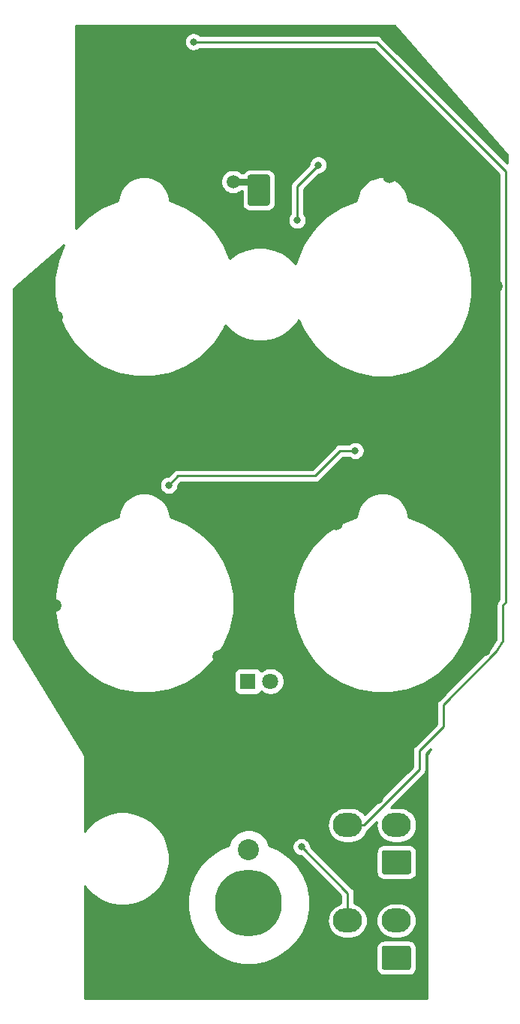
<source format=gbr>
%TF.GenerationSoftware,KiCad,Pcbnew,(5.1.10)-1*%
%TF.CreationDate,2021-11-16T18:51:37+11:00*%
%TF.ProjectId,SIM PWR PCB V3,53494d20-5057-4522-9050-43422056332e,rev?*%
%TF.SameCoordinates,Original*%
%TF.FileFunction,Copper,L2,Bot*%
%TF.FilePolarity,Positive*%
%FSLAX46Y46*%
G04 Gerber Fmt 4.6, Leading zero omitted, Abs format (unit mm)*
G04 Created by KiCad (PCBNEW (5.1.10)-1) date 2021-11-16 18:51:37*
%MOMM*%
%LPD*%
G01*
G04 APERTURE LIST*
%TA.AperFunction,ComponentPad*%
%ADD10O,3.300000X2.700000*%
%TD*%
%TA.AperFunction,WasherPad*%
%ADD11C,7.540752*%
%TD*%
%TA.AperFunction,WasherPad*%
%ADD12C,2.381250*%
%TD*%
%TA.AperFunction,ComponentPad*%
%ADD13C,1.800000*%
%TD*%
%TA.AperFunction,ComponentPad*%
%ADD14R,1.800000X1.800000*%
%TD*%
%TA.AperFunction,ViaPad*%
%ADD15C,1.500000*%
%TD*%
%TA.AperFunction,ViaPad*%
%ADD16C,0.800000*%
%TD*%
%TA.AperFunction,Conductor*%
%ADD17C,0.750000*%
%TD*%
%TA.AperFunction,Conductor*%
%ADD18C,0.250000*%
%TD*%
%TA.AperFunction,Conductor*%
%ADD19C,0.254000*%
%TD*%
%TA.AperFunction,Conductor*%
%ADD20C,0.100000*%
%TD*%
G04 APERTURE END LIST*
D10*
%TO.P,J2,4*%
%TO.N,/DATAOUT*%
X247350000Y-149560000D03*
%TO.P,J2,3*%
%TO.N,/LEDGND*%
X247350000Y-153760000D03*
%TO.P,J2,2*%
%TO.N,/LED+5V*%
X252850000Y-149560000D03*
%TO.P,J2,1*%
%TA.AperFunction,ComponentPad*%
G36*
G01*
X254249999Y-155110000D02*
X251450001Y-155110000D01*
G75*
G02*
X251200000Y-154859999I0J250001D01*
G01*
X251200000Y-152660001D01*
G75*
G02*
X251450001Y-152410000I250001J0D01*
G01*
X254249999Y-152410000D01*
G75*
G02*
X254500000Y-152660001I0J-250001D01*
G01*
X254500000Y-154859999D01*
G75*
G02*
X254249999Y-155110000I-250001J0D01*
G01*
G37*
%TD.AperFunction*%
%TD*%
%TO.P,J1,4*%
%TO.N,/DATAIN*%
X247370000Y-138790000D03*
%TO.P,J1,3*%
%TO.N,/LEDGND*%
X247370000Y-142990000D03*
%TO.P,J1,2*%
%TO.N,/LED+5V*%
X252870000Y-138790000D03*
%TO.P,J1,1*%
%TA.AperFunction,ComponentPad*%
G36*
G01*
X254269999Y-144340000D02*
X251470001Y-144340000D01*
G75*
G02*
X251220000Y-144089999I0J250001D01*
G01*
X251220000Y-141890001D01*
G75*
G02*
X251470001Y-141640000I250001J0D01*
G01*
X254269999Y-141640000D01*
G75*
G02*
X254520000Y-141890001I0J-250001D01*
G01*
X254520000Y-144089999D01*
G75*
G02*
X254269999Y-144340000I-250001J0D01*
G01*
G37*
%TD.AperFunction*%
%TD*%
D11*
%TO.P,REF\u002A\u002A,*%
%TO.N,*%
X236200000Y-147600000D03*
D12*
X236200000Y-141600000D03*
%TD*%
D13*
%TO.P,D36,2*%
%TO.N,/LED+5V*%
X238653000Y-122588000D03*
D14*
%TO.P,D36,1*%
%TO.N,Net-(D36-Pad1)*%
X236113000Y-122588000D03*
%TD*%
%TO.P,C1,2*%
%TO.N,/LEDGND*%
%TA.AperFunction,SMDPad,CuDef*%
G36*
G01*
X238330000Y-62490000D02*
X236330000Y-62490000D01*
G75*
G02*
X236080000Y-62240000I0J250000D01*
G01*
X236080000Y-59240000D01*
G75*
G02*
X236330000Y-58990000I250000J0D01*
G01*
X238330000Y-58990000D01*
G75*
G02*
X238580000Y-59240000I0J-250000D01*
G01*
X238580000Y-62240000D01*
G75*
G02*
X238330000Y-62490000I-250000J0D01*
G01*
G37*
%TD.AperFunction*%
%TO.P,C1,1*%
%TO.N,/LED+5V*%
%TA.AperFunction,SMDPad,CuDef*%
G36*
G01*
X238330000Y-68990000D02*
X236330000Y-68990000D01*
G75*
G02*
X236080000Y-68740000I0J250000D01*
G01*
X236080000Y-65740000D01*
G75*
G02*
X236330000Y-65490000I250000J0D01*
G01*
X238330000Y-65490000D01*
G75*
G02*
X238580000Y-65740000I0J-250000D01*
G01*
X238580000Y-68740000D01*
G75*
G02*
X238330000Y-68990000I-250000J0D01*
G01*
G37*
%TD.AperFunction*%
%TD*%
D15*
%TO.N,/LEDGND*%
X233560500Y-101687400D03*
X243372800Y-53500000D03*
X264138800Y-78100000D03*
X259072700Y-64854100D03*
X246083700Y-104796500D03*
X248093200Y-126512800D03*
X220674200Y-66461900D03*
X214475200Y-81584600D03*
X239591100Y-114072400D03*
X221141000Y-100393400D03*
X248441600Y-99413700D03*
X252087200Y-65745200D03*
X229189800Y-65901100D03*
X248392000Y-53933000D03*
X228883700Y-53300000D03*
X233687100Y-125978400D03*
D16*
X237760000Y-56950000D03*
D15*
X246799500Y-67970500D03*
X256650000Y-90900000D03*
X230840000Y-94370000D03*
X223690000Y-94380000D03*
X260550000Y-99740000D03*
X250640000Y-135750000D03*
X240190000Y-135040000D03*
X227060000Y-134980000D03*
X236440000Y-135470000D03*
X228575000Y-127595000D03*
X214280000Y-114090000D03*
X232875000Y-119825000D03*
X260610000Y-104310000D03*
X262755000Y-119045000D03*
X239650000Y-72740000D03*
X238540000Y-86070000D03*
X229642500Y-140322500D03*
X255650000Y-127600000D03*
%TO.N,/LED+5V*%
X234434800Y-66296900D03*
D16*
%TO.N,/DATAIN*%
X229970000Y-50530000D03*
%TO.N,Net-(D7-Pad2)*%
X241652400Y-70642400D03*
X244036400Y-64413600D03*
%TO.N,Net-(D18-Pad2)*%
X248210000Y-96600000D03*
X227180000Y-100490000D03*
%TO.N,/DATAOUT*%
X242140000Y-141240000D03*
%TD*%
D17*
%TO.N,/LED+5V*%
X234434800Y-66296900D02*
X236386900Y-66296900D01*
X236386900Y-66296900D02*
X237330000Y-67240000D01*
D18*
%TO.N,/DATAIN*%
X229970000Y-50530000D02*
X229970000Y-50530000D01*
X232212700Y-50530000D02*
X229970000Y-50530000D01*
X247370000Y-138790000D02*
X249191002Y-138790000D01*
X255430000Y-132551002D02*
X255430000Y-130430000D01*
X265213801Y-113686199D02*
X265213801Y-65123801D01*
X255430000Y-130430000D02*
X258140000Y-127720000D01*
X258140000Y-125251002D02*
X264131133Y-119259869D01*
X264900000Y-114000000D02*
X265213801Y-113686199D01*
X249191002Y-138790000D02*
X255430000Y-132551002D01*
X232222700Y-50520000D02*
X232212700Y-50530000D01*
X258140000Y-127720000D02*
X258140000Y-125251002D01*
X264131133Y-119259869D02*
X264900000Y-118063854D01*
X264900000Y-118063854D02*
X264900000Y-114000000D01*
X250610000Y-50520000D02*
X232222700Y-50520000D01*
X265213801Y-65123801D02*
X250610000Y-50520000D01*
%TO.N,Net-(D7-Pad2)*%
X241652400Y-66797600D02*
X244036400Y-64413600D01*
X241652400Y-70642400D02*
X241652400Y-66797600D01*
%TO.N,Net-(D18-Pad2)*%
X246510000Y-96600000D02*
X248210000Y-96600000D01*
X227180000Y-100490000D02*
X228220000Y-99450000D01*
X243660000Y-99450000D02*
X246510000Y-96600000D01*
X228220000Y-99450000D02*
X243660000Y-99450000D01*
%TO.N,/DATAOUT*%
X247350000Y-146450000D02*
X242140000Y-141240000D01*
X247350000Y-149560000D02*
X247350000Y-146450000D01*
%TD*%
D19*
%TO.N,/LEDGND*%
X265340001Y-63246203D02*
X265340001Y-64175198D01*
X251173804Y-50009003D01*
X251150001Y-49979999D01*
X251034276Y-49885026D01*
X250902247Y-49814454D01*
X250758986Y-49770997D01*
X250647333Y-49760000D01*
X250647322Y-49760000D01*
X250610000Y-49756324D01*
X250572678Y-49760000D01*
X232260022Y-49760000D01*
X232222699Y-49756324D01*
X232185377Y-49760000D01*
X232185367Y-49760000D01*
X232083837Y-49770000D01*
X230673711Y-49770000D01*
X230629774Y-49726063D01*
X230460256Y-49612795D01*
X230271898Y-49534774D01*
X230071939Y-49495000D01*
X229868061Y-49495000D01*
X229668102Y-49534774D01*
X229479744Y-49612795D01*
X229310226Y-49726063D01*
X229166063Y-49870226D01*
X229052795Y-50039744D01*
X228974774Y-50228102D01*
X228935000Y-50428061D01*
X228935000Y-50631939D01*
X228974774Y-50831898D01*
X229052795Y-51020256D01*
X229166063Y-51189774D01*
X229310226Y-51333937D01*
X229479744Y-51447205D01*
X229668102Y-51525226D01*
X229868061Y-51565000D01*
X230071939Y-51565000D01*
X230271898Y-51525226D01*
X230460256Y-51447205D01*
X230629774Y-51333937D01*
X230673711Y-51290000D01*
X232175378Y-51290000D01*
X232212700Y-51293676D01*
X232250022Y-51290000D01*
X232250033Y-51290000D01*
X232351563Y-51280000D01*
X250295199Y-51280000D01*
X264453802Y-65438605D01*
X264453801Y-113371398D01*
X264388998Y-113436201D01*
X264360000Y-113459999D01*
X264336202Y-113488997D01*
X264336201Y-113488998D01*
X264265026Y-113575724D01*
X264194454Y-113707754D01*
X264150998Y-113851015D01*
X264136324Y-114000000D01*
X264140001Y-114037332D01*
X264140000Y-117840640D01*
X263535994Y-118780206D01*
X257628998Y-124687203D01*
X257600000Y-124711001D01*
X257576202Y-124739999D01*
X257576201Y-124740000D01*
X257505026Y-124826726D01*
X257434454Y-124958756D01*
X257390998Y-125102017D01*
X257376324Y-125251002D01*
X257380001Y-125288334D01*
X257380000Y-127405198D01*
X254918998Y-129866201D01*
X254890000Y-129889999D01*
X254866202Y-129918997D01*
X254866201Y-129918998D01*
X254795026Y-130005724D01*
X254724454Y-130137754D01*
X254680998Y-130281015D01*
X254666324Y-130430000D01*
X254670001Y-130467332D01*
X254670000Y-132236200D01*
X249281525Y-137624676D01*
X249080398Y-137379602D01*
X248778143Y-137131547D01*
X248433302Y-136947226D01*
X248059128Y-136833722D01*
X247767510Y-136805000D01*
X246972490Y-136805000D01*
X246680872Y-136833722D01*
X246306698Y-136947226D01*
X245961857Y-137131547D01*
X245659602Y-137379602D01*
X245411547Y-137681857D01*
X245227226Y-138026698D01*
X245113722Y-138400872D01*
X245075396Y-138790000D01*
X245113722Y-139179128D01*
X245227226Y-139553302D01*
X245411547Y-139898143D01*
X245659602Y-140200398D01*
X245961857Y-140448453D01*
X246306698Y-140632774D01*
X246680872Y-140746278D01*
X246972490Y-140775000D01*
X247767510Y-140775000D01*
X248059128Y-140746278D01*
X248433302Y-140632774D01*
X248778143Y-140448453D01*
X249080398Y-140200398D01*
X249328453Y-139898143D01*
X249512774Y-139553302D01*
X249539398Y-139465533D01*
X249615278Y-139424974D01*
X249731003Y-139330001D01*
X249754806Y-139300997D01*
X250609220Y-138446583D01*
X250575396Y-138790000D01*
X250613722Y-139179128D01*
X250727226Y-139553302D01*
X250911547Y-139898143D01*
X251159602Y-140200398D01*
X251461857Y-140448453D01*
X251806698Y-140632774D01*
X252180872Y-140746278D01*
X252472490Y-140775000D01*
X253267510Y-140775000D01*
X253559128Y-140746278D01*
X253933302Y-140632774D01*
X254278143Y-140448453D01*
X254580398Y-140200398D01*
X254828453Y-139898143D01*
X255012774Y-139553302D01*
X255126278Y-139179128D01*
X255164604Y-138790000D01*
X255126278Y-138400872D01*
X255012774Y-138026698D01*
X254828453Y-137681857D01*
X254580398Y-137379602D01*
X254278143Y-137131547D01*
X253933302Y-136947226D01*
X253559128Y-136833722D01*
X253267510Y-136805000D01*
X252472490Y-136805000D01*
X252226584Y-136829220D01*
X255941004Y-133114800D01*
X255970001Y-133091003D01*
X256064974Y-132975278D01*
X256135546Y-132843249D01*
X256179003Y-132699988D01*
X256190000Y-132588335D01*
X256190000Y-132588334D01*
X256193677Y-132551002D01*
X256190000Y-132513669D01*
X256190000Y-130744801D01*
X256720443Y-130214358D01*
X256465524Y-130610899D01*
X256448576Y-130631550D01*
X256430460Y-130665444D01*
X256427292Y-130670371D01*
X256415171Y-130694047D01*
X256387291Y-130746207D01*
X256385581Y-130751846D01*
X256382891Y-130757099D01*
X256366721Y-130814017D01*
X256349551Y-130870617D01*
X256348973Y-130876488D01*
X256347362Y-130882158D01*
X256342608Y-130941116D01*
X256340001Y-130967581D01*
X256340001Y-130973439D01*
X256336912Y-131011744D01*
X256340001Y-131038281D01*
X256340000Y-158340000D01*
X217660000Y-158340000D01*
X217660000Y-145632944D01*
X217861087Y-145933891D01*
X218596109Y-146668913D01*
X219460403Y-147246417D01*
X220420756Y-147644208D01*
X221440261Y-147847000D01*
X222479739Y-147847000D01*
X223499244Y-147644208D01*
X224459597Y-147246417D01*
X224947113Y-146920668D01*
X229302624Y-146920668D01*
X229302624Y-148279332D01*
X229567687Y-149611890D01*
X230087625Y-150867132D01*
X230842459Y-151996821D01*
X231803179Y-152957541D01*
X232932868Y-153712375D01*
X234188110Y-154232313D01*
X235520668Y-154497376D01*
X236879332Y-154497376D01*
X238211890Y-154232313D01*
X239467132Y-153712375D01*
X240596821Y-152957541D01*
X240894361Y-152660001D01*
X250561928Y-152660001D01*
X250561928Y-154859999D01*
X250578992Y-155033253D01*
X250629529Y-155199850D01*
X250711595Y-155353386D01*
X250822039Y-155487961D01*
X250956614Y-155598405D01*
X251110150Y-155680471D01*
X251276747Y-155731008D01*
X251450001Y-155748072D01*
X254249999Y-155748072D01*
X254423253Y-155731008D01*
X254589850Y-155680471D01*
X254743386Y-155598405D01*
X254877961Y-155487961D01*
X254988405Y-155353386D01*
X255070471Y-155199850D01*
X255121008Y-155033253D01*
X255138072Y-154859999D01*
X255138072Y-152660001D01*
X255121008Y-152486747D01*
X255070471Y-152320150D01*
X254988405Y-152166614D01*
X254877961Y-152032039D01*
X254743386Y-151921595D01*
X254589850Y-151839529D01*
X254423253Y-151788992D01*
X254249999Y-151771928D01*
X251450001Y-151771928D01*
X251276747Y-151788992D01*
X251110150Y-151839529D01*
X250956614Y-151921595D01*
X250822039Y-152032039D01*
X250711595Y-152166614D01*
X250629529Y-152320150D01*
X250578992Y-152486747D01*
X250561928Y-152660001D01*
X240894361Y-152660001D01*
X241557541Y-151996821D01*
X242312375Y-150867132D01*
X242832313Y-149611890D01*
X243097376Y-148279332D01*
X243097376Y-146920668D01*
X242832313Y-145588110D01*
X242312375Y-144332868D01*
X241557541Y-143203179D01*
X240596821Y-142242459D01*
X239467132Y-141487625D01*
X238623210Y-141138061D01*
X241105000Y-141138061D01*
X241105000Y-141341939D01*
X241144774Y-141541898D01*
X241222795Y-141730256D01*
X241336063Y-141899774D01*
X241480226Y-142043937D01*
X241649744Y-142157205D01*
X241838102Y-142235226D01*
X242038061Y-142275000D01*
X242100199Y-142275000D01*
X246590001Y-146764803D01*
X246590001Y-147625221D01*
X246286698Y-147717226D01*
X245941857Y-147901547D01*
X245639602Y-148149602D01*
X245391547Y-148451857D01*
X245207226Y-148796698D01*
X245093722Y-149170872D01*
X245055396Y-149560000D01*
X245093722Y-149949128D01*
X245207226Y-150323302D01*
X245391547Y-150668143D01*
X245639602Y-150970398D01*
X245941857Y-151218453D01*
X246286698Y-151402774D01*
X246660872Y-151516278D01*
X246952490Y-151545000D01*
X247747510Y-151545000D01*
X248039128Y-151516278D01*
X248413302Y-151402774D01*
X248758143Y-151218453D01*
X249060398Y-150970398D01*
X249308453Y-150668143D01*
X249492774Y-150323302D01*
X249606278Y-149949128D01*
X249644604Y-149560000D01*
X250555396Y-149560000D01*
X250593722Y-149949128D01*
X250707226Y-150323302D01*
X250891547Y-150668143D01*
X251139602Y-150970398D01*
X251441857Y-151218453D01*
X251786698Y-151402774D01*
X252160872Y-151516278D01*
X252452490Y-151545000D01*
X253247510Y-151545000D01*
X253539128Y-151516278D01*
X253913302Y-151402774D01*
X254258143Y-151218453D01*
X254560398Y-150970398D01*
X254808453Y-150668143D01*
X254992774Y-150323302D01*
X255106278Y-149949128D01*
X255144604Y-149560000D01*
X255106278Y-149170872D01*
X254992774Y-148796698D01*
X254808453Y-148451857D01*
X254560398Y-148149602D01*
X254258143Y-147901547D01*
X253913302Y-147717226D01*
X253539128Y-147603722D01*
X253247510Y-147575000D01*
X252452490Y-147575000D01*
X252160872Y-147603722D01*
X251786698Y-147717226D01*
X251441857Y-147901547D01*
X251139602Y-148149602D01*
X250891547Y-148451857D01*
X250707226Y-148796698D01*
X250593722Y-149170872D01*
X250555396Y-149560000D01*
X249644604Y-149560000D01*
X249606278Y-149170872D01*
X249492774Y-148796698D01*
X249308453Y-148451857D01*
X249060398Y-148149602D01*
X248758143Y-147901547D01*
X248413302Y-147717226D01*
X248110000Y-147625221D01*
X248110000Y-146487325D01*
X248113676Y-146450000D01*
X248110000Y-146412675D01*
X248110000Y-146412667D01*
X248099003Y-146301014D01*
X248055546Y-146157753D01*
X247984974Y-146025724D01*
X247890001Y-145909999D01*
X247861003Y-145886201D01*
X243864803Y-141890001D01*
X250581928Y-141890001D01*
X250581928Y-144089999D01*
X250598992Y-144263253D01*
X250649529Y-144429850D01*
X250731595Y-144583386D01*
X250842039Y-144717961D01*
X250976614Y-144828405D01*
X251130150Y-144910471D01*
X251296747Y-144961008D01*
X251470001Y-144978072D01*
X254269999Y-144978072D01*
X254443253Y-144961008D01*
X254609850Y-144910471D01*
X254763386Y-144828405D01*
X254897961Y-144717961D01*
X255008405Y-144583386D01*
X255090471Y-144429850D01*
X255141008Y-144263253D01*
X255158072Y-144089999D01*
X255158072Y-141890001D01*
X255141008Y-141716747D01*
X255090471Y-141550150D01*
X255008405Y-141396614D01*
X254897961Y-141262039D01*
X254763386Y-141151595D01*
X254609850Y-141069529D01*
X254443253Y-141018992D01*
X254269999Y-141001928D01*
X251470001Y-141001928D01*
X251296747Y-141018992D01*
X251130150Y-141069529D01*
X250976614Y-141151595D01*
X250842039Y-141262039D01*
X250731595Y-141396614D01*
X250649529Y-141550150D01*
X250598992Y-141716747D01*
X250581928Y-141890001D01*
X243864803Y-141890001D01*
X243175000Y-141200199D01*
X243175000Y-141138061D01*
X243135226Y-140938102D01*
X243057205Y-140749744D01*
X242943937Y-140580226D01*
X242799774Y-140436063D01*
X242630256Y-140322795D01*
X242441898Y-140244774D01*
X242241939Y-140205000D01*
X242038061Y-140205000D01*
X241838102Y-140244774D01*
X241649744Y-140322795D01*
X241480226Y-140436063D01*
X241336063Y-140580226D01*
X241222795Y-140749744D01*
X241144774Y-140938102D01*
X241105000Y-141138061D01*
X238623210Y-141138061D01*
X238457491Y-141069418D01*
X238428560Y-140923974D01*
X238253853Y-140502193D01*
X238000217Y-140122600D01*
X237677400Y-139799783D01*
X237297807Y-139546147D01*
X236876026Y-139371440D01*
X236428266Y-139282375D01*
X235971734Y-139282375D01*
X235523974Y-139371440D01*
X235102193Y-139546147D01*
X234722600Y-139799783D01*
X234399783Y-140122600D01*
X234146147Y-140502193D01*
X233971440Y-140923974D01*
X233942509Y-141069418D01*
X232932868Y-141487625D01*
X231803179Y-142242459D01*
X230842459Y-143203179D01*
X230087625Y-144332868D01*
X229567687Y-145588110D01*
X229302624Y-146920668D01*
X224947113Y-146920668D01*
X225323891Y-146668913D01*
X226058913Y-145933891D01*
X226636417Y-145069597D01*
X227034208Y-144109244D01*
X227237000Y-143089739D01*
X227237000Y-142050261D01*
X227034208Y-141030756D01*
X226636417Y-140070403D01*
X226058913Y-139206109D01*
X225323891Y-138471087D01*
X224459597Y-137893583D01*
X223499244Y-137495792D01*
X222479739Y-137293000D01*
X221440261Y-137293000D01*
X220420756Y-137495792D01*
X219460403Y-137893583D01*
X218596109Y-138471087D01*
X217861087Y-139206109D01*
X217660000Y-139507056D01*
X217660000Y-131044800D01*
X217662729Y-131024793D01*
X217660000Y-130979949D01*
X217660000Y-130967581D01*
X217658030Y-130947583D01*
X217654832Y-130895025D01*
X217651669Y-130882998D01*
X217650450Y-130870617D01*
X217635161Y-130820218D01*
X217621770Y-130769291D01*
X217616321Y-130758110D01*
X217612710Y-130746207D01*
X217587883Y-130699759D01*
X217579085Y-130681706D01*
X217572608Y-130671181D01*
X217551425Y-130631550D01*
X217538612Y-130615937D01*
X209660000Y-117813194D01*
X209660000Y-112782578D01*
X214273000Y-112782578D01*
X214273000Y-114777422D01*
X214662175Y-116733937D01*
X215425569Y-118576933D01*
X216533846Y-120235586D01*
X217944414Y-121646154D01*
X219603067Y-122754431D01*
X221446063Y-123517825D01*
X223402578Y-123907000D01*
X225397422Y-123907000D01*
X227353937Y-123517825D01*
X229196933Y-122754431D01*
X230792959Y-121688000D01*
X234574928Y-121688000D01*
X234574928Y-123488000D01*
X234587188Y-123612482D01*
X234623498Y-123732180D01*
X234682463Y-123842494D01*
X234761815Y-123939185D01*
X234858506Y-124018537D01*
X234968820Y-124077502D01*
X235088518Y-124113812D01*
X235213000Y-124126072D01*
X237013000Y-124126072D01*
X237137482Y-124113812D01*
X237257180Y-124077502D01*
X237367494Y-124018537D01*
X237464185Y-123939185D01*
X237543537Y-123842494D01*
X237602502Y-123732180D01*
X237608056Y-123713873D01*
X237674495Y-123780312D01*
X237925905Y-123948299D01*
X238205257Y-124064011D01*
X238501816Y-124123000D01*
X238804184Y-124123000D01*
X239100743Y-124064011D01*
X239380095Y-123948299D01*
X239631505Y-123780312D01*
X239845312Y-123566505D01*
X240013299Y-123315095D01*
X240129011Y-123035743D01*
X240188000Y-122739184D01*
X240188000Y-122436816D01*
X240129011Y-122140257D01*
X240013299Y-121860905D01*
X239845312Y-121609495D01*
X239631505Y-121395688D01*
X239380095Y-121227701D01*
X239100743Y-121111989D01*
X238804184Y-121053000D01*
X238501816Y-121053000D01*
X238205257Y-121111989D01*
X237925905Y-121227701D01*
X237674495Y-121395688D01*
X237608056Y-121462127D01*
X237602502Y-121443820D01*
X237543537Y-121333506D01*
X237464185Y-121236815D01*
X237367494Y-121157463D01*
X237257180Y-121098498D01*
X237137482Y-121062188D01*
X237013000Y-121049928D01*
X235213000Y-121049928D01*
X235088518Y-121062188D01*
X234968820Y-121098498D01*
X234858506Y-121157463D01*
X234761815Y-121236815D01*
X234682463Y-121333506D01*
X234623498Y-121443820D01*
X234587188Y-121563518D01*
X234574928Y-121688000D01*
X230792959Y-121688000D01*
X230855586Y-121646154D01*
X232266154Y-120235586D01*
X233374431Y-118576933D01*
X234137825Y-116733937D01*
X234527000Y-114777422D01*
X234527000Y-112782578D01*
X234525011Y-112772578D01*
X241153000Y-112772578D01*
X241153000Y-114767422D01*
X241542175Y-116723937D01*
X242305569Y-118566933D01*
X243413846Y-120225586D01*
X244824414Y-121636154D01*
X246483067Y-122744431D01*
X248326063Y-123507825D01*
X250282578Y-123897000D01*
X252277422Y-123897000D01*
X254233937Y-123507825D01*
X256076933Y-122744431D01*
X257735586Y-121636154D01*
X259146154Y-120225586D01*
X260254431Y-118566933D01*
X261017825Y-116723937D01*
X261407000Y-114767422D01*
X261407000Y-112772578D01*
X261017825Y-110816063D01*
X260254431Y-108973067D01*
X259146154Y-107314414D01*
X257735586Y-105903846D01*
X256076933Y-104795569D01*
X254233937Y-104032175D01*
X254193000Y-104024032D01*
X254193000Y-103958095D01*
X254081055Y-103395309D01*
X253861467Y-102865177D01*
X253542675Y-102388071D01*
X253136929Y-101982325D01*
X252659823Y-101663533D01*
X252129691Y-101443945D01*
X251566905Y-101332000D01*
X250993095Y-101332000D01*
X250430309Y-101443945D01*
X249900177Y-101663533D01*
X249423071Y-101982325D01*
X249017325Y-102388071D01*
X248698533Y-102865177D01*
X248478945Y-103395309D01*
X248367000Y-103958095D01*
X248367000Y-104024032D01*
X248326063Y-104032175D01*
X246483067Y-104795569D01*
X244824414Y-105903846D01*
X243413846Y-107314414D01*
X242305569Y-108973067D01*
X241542175Y-110816063D01*
X241153000Y-112772578D01*
X234525011Y-112772578D01*
X234137825Y-110826063D01*
X233374431Y-108983067D01*
X232266154Y-107324414D01*
X230855586Y-105913846D01*
X229196933Y-104805569D01*
X227353937Y-104042175D01*
X227313000Y-104034032D01*
X227313000Y-103968095D01*
X227201055Y-103405309D01*
X226981467Y-102875177D01*
X226662675Y-102398071D01*
X226256929Y-101992325D01*
X225779823Y-101673533D01*
X225249691Y-101453945D01*
X224686905Y-101342000D01*
X224113095Y-101342000D01*
X223550309Y-101453945D01*
X223020177Y-101673533D01*
X222543071Y-101992325D01*
X222137325Y-102398071D01*
X221818533Y-102875177D01*
X221598945Y-103405309D01*
X221487000Y-103968095D01*
X221487000Y-104034032D01*
X221446063Y-104042175D01*
X219603067Y-104805569D01*
X217944414Y-105913846D01*
X216533846Y-107324414D01*
X215425569Y-108983067D01*
X214662175Y-110826063D01*
X214273000Y-112782578D01*
X209660000Y-112782578D01*
X209660000Y-100388061D01*
X226145000Y-100388061D01*
X226145000Y-100591939D01*
X226184774Y-100791898D01*
X226262795Y-100980256D01*
X226376063Y-101149774D01*
X226520226Y-101293937D01*
X226689744Y-101407205D01*
X226878102Y-101485226D01*
X227078061Y-101525000D01*
X227281939Y-101525000D01*
X227481898Y-101485226D01*
X227670256Y-101407205D01*
X227839774Y-101293937D01*
X227983937Y-101149774D01*
X228097205Y-100980256D01*
X228175226Y-100791898D01*
X228215000Y-100591939D01*
X228215000Y-100529801D01*
X228534802Y-100210000D01*
X243622678Y-100210000D01*
X243660000Y-100213676D01*
X243697322Y-100210000D01*
X243697333Y-100210000D01*
X243808986Y-100199003D01*
X243952247Y-100155546D01*
X244084276Y-100084974D01*
X244200001Y-99990001D01*
X244223804Y-99960997D01*
X246824802Y-97360000D01*
X247506289Y-97360000D01*
X247550226Y-97403937D01*
X247719744Y-97517205D01*
X247908102Y-97595226D01*
X248108061Y-97635000D01*
X248311939Y-97635000D01*
X248511898Y-97595226D01*
X248700256Y-97517205D01*
X248869774Y-97403937D01*
X249013937Y-97259774D01*
X249127205Y-97090256D01*
X249205226Y-96901898D01*
X249245000Y-96701939D01*
X249245000Y-96498061D01*
X249205226Y-96298102D01*
X249127205Y-96109744D01*
X249013937Y-95940226D01*
X248869774Y-95796063D01*
X248700256Y-95682795D01*
X248511898Y-95604774D01*
X248311939Y-95565000D01*
X248108061Y-95565000D01*
X247908102Y-95604774D01*
X247719744Y-95682795D01*
X247550226Y-95796063D01*
X247506289Y-95840000D01*
X246547325Y-95840000D01*
X246510000Y-95836324D01*
X246472675Y-95840000D01*
X246472667Y-95840000D01*
X246361014Y-95850997D01*
X246217753Y-95894454D01*
X246085724Y-95965026D01*
X245969999Y-96059999D01*
X245946201Y-96088997D01*
X243345199Y-98690000D01*
X228257322Y-98690000D01*
X228219999Y-98686324D01*
X228182676Y-98690000D01*
X228182667Y-98690000D01*
X228071014Y-98700997D01*
X227927753Y-98744454D01*
X227795723Y-98815026D01*
X227712083Y-98883668D01*
X227679999Y-98909999D01*
X227656201Y-98938997D01*
X227140199Y-99455000D01*
X227078061Y-99455000D01*
X226878102Y-99494774D01*
X226689744Y-99572795D01*
X226520226Y-99686063D01*
X226376063Y-99830226D01*
X226262795Y-99999744D01*
X226184774Y-100188102D01*
X226145000Y-100388061D01*
X209660000Y-100388061D01*
X209660000Y-78303556D01*
X215360704Y-73417240D01*
X214632175Y-75176063D01*
X214243000Y-77132578D01*
X214243000Y-79127422D01*
X214632175Y-81083937D01*
X215395569Y-82926933D01*
X216503846Y-84585586D01*
X217914414Y-85996154D01*
X219573067Y-87104431D01*
X221416063Y-87867825D01*
X223372578Y-88257000D01*
X225367422Y-88257000D01*
X227323937Y-87867825D01*
X229166933Y-87104431D01*
X230825586Y-85996154D01*
X232236154Y-84585586D01*
X233344431Y-82926933D01*
X233523007Y-82495811D01*
X234096109Y-83068913D01*
X234960403Y-83646417D01*
X235920756Y-84044208D01*
X236940261Y-84247000D01*
X237979739Y-84247000D01*
X238999244Y-84044208D01*
X239959597Y-83646417D01*
X240823891Y-83068913D01*
X241558913Y-82333891D01*
X241857967Y-81886326D01*
X242305569Y-82966933D01*
X243413846Y-84625586D01*
X244824414Y-86036154D01*
X246483067Y-87144431D01*
X248326063Y-87907825D01*
X250282578Y-88297000D01*
X252277422Y-88297000D01*
X254233937Y-87907825D01*
X256076933Y-87144431D01*
X257735586Y-86036154D01*
X259146154Y-84625586D01*
X260254431Y-82966933D01*
X261017825Y-81123937D01*
X261407000Y-79167422D01*
X261407000Y-77172578D01*
X261017825Y-75216063D01*
X260254431Y-73373067D01*
X259146154Y-71714414D01*
X257735586Y-70303846D01*
X256076933Y-69195569D01*
X254233937Y-68432175D01*
X254193000Y-68424032D01*
X254193000Y-68358095D01*
X254081055Y-67795309D01*
X253861467Y-67265177D01*
X253542675Y-66788071D01*
X253136929Y-66382325D01*
X252659823Y-66063533D01*
X252129691Y-65843945D01*
X251566905Y-65732000D01*
X250993095Y-65732000D01*
X250430309Y-65843945D01*
X249900177Y-66063533D01*
X249423071Y-66382325D01*
X249017325Y-66788071D01*
X248698533Y-67265177D01*
X248478945Y-67795309D01*
X248367000Y-68358095D01*
X248367000Y-68424032D01*
X248326063Y-68432175D01*
X246483067Y-69195569D01*
X244824414Y-70303846D01*
X243413846Y-71714414D01*
X242305569Y-73373067D01*
X241542175Y-75216063D01*
X241480239Y-75527435D01*
X240823891Y-74871087D01*
X239959597Y-74293583D01*
X238999244Y-73895792D01*
X237979739Y-73693000D01*
X236940261Y-73693000D01*
X235920756Y-73895792D01*
X234960403Y-74293583D01*
X234096109Y-74871087D01*
X234015068Y-74952128D01*
X233344431Y-73333067D01*
X232236154Y-71674414D01*
X231102201Y-70540461D01*
X240617400Y-70540461D01*
X240617400Y-70744339D01*
X240657174Y-70944298D01*
X240735195Y-71132656D01*
X240848463Y-71302174D01*
X240992626Y-71446337D01*
X241162144Y-71559605D01*
X241350502Y-71637626D01*
X241550461Y-71677400D01*
X241754339Y-71677400D01*
X241954298Y-71637626D01*
X242142656Y-71559605D01*
X242312174Y-71446337D01*
X242456337Y-71302174D01*
X242569605Y-71132656D01*
X242647626Y-70944298D01*
X242687400Y-70744339D01*
X242687400Y-70540461D01*
X242647626Y-70340502D01*
X242569605Y-70152144D01*
X242456337Y-69982626D01*
X242412400Y-69938689D01*
X242412400Y-67112401D01*
X244076202Y-65448600D01*
X244138339Y-65448600D01*
X244338298Y-65408826D01*
X244526656Y-65330805D01*
X244696174Y-65217537D01*
X244840337Y-65073374D01*
X244953605Y-64903856D01*
X245031626Y-64715498D01*
X245071400Y-64515539D01*
X245071400Y-64311661D01*
X245031626Y-64111702D01*
X244953605Y-63923344D01*
X244840337Y-63753826D01*
X244696174Y-63609663D01*
X244526656Y-63496395D01*
X244338298Y-63418374D01*
X244138339Y-63378600D01*
X243934461Y-63378600D01*
X243734502Y-63418374D01*
X243546144Y-63496395D01*
X243376626Y-63609663D01*
X243232463Y-63753826D01*
X243119195Y-63923344D01*
X243041174Y-64111702D01*
X243001400Y-64311661D01*
X243001400Y-64373798D01*
X241141398Y-66233801D01*
X241112400Y-66257599D01*
X241088602Y-66286597D01*
X241088601Y-66286598D01*
X241017426Y-66373324D01*
X240946854Y-66505354D01*
X240903398Y-66648615D01*
X240888724Y-66797600D01*
X240892401Y-66834932D01*
X240892400Y-69938689D01*
X240848463Y-69982626D01*
X240735195Y-70152144D01*
X240657174Y-70340502D01*
X240617400Y-70540461D01*
X231102201Y-70540461D01*
X230825586Y-70263846D01*
X229166933Y-69155569D01*
X227323937Y-68392175D01*
X227283000Y-68384032D01*
X227283000Y-68318095D01*
X227171055Y-67755309D01*
X226951467Y-67225177D01*
X226632675Y-66748071D01*
X226226929Y-66342325D01*
X225954793Y-66160489D01*
X233049800Y-66160489D01*
X233049800Y-66433311D01*
X233103025Y-66700889D01*
X233207429Y-66952943D01*
X233359001Y-67179786D01*
X233551914Y-67372699D01*
X233778757Y-67524271D01*
X234030811Y-67628675D01*
X234298389Y-67681900D01*
X234571211Y-67681900D01*
X234838789Y-67628675D01*
X235090843Y-67524271D01*
X235317686Y-67372699D01*
X235383485Y-67306900D01*
X235441928Y-67306900D01*
X235441928Y-68740000D01*
X235458992Y-68913254D01*
X235509528Y-69079850D01*
X235591595Y-69233386D01*
X235702038Y-69367962D01*
X235836614Y-69478405D01*
X235990150Y-69560472D01*
X236156746Y-69611008D01*
X236330000Y-69628072D01*
X238330000Y-69628072D01*
X238503254Y-69611008D01*
X238669850Y-69560472D01*
X238823386Y-69478405D01*
X238957962Y-69367962D01*
X239068405Y-69233386D01*
X239150472Y-69079850D01*
X239201008Y-68913254D01*
X239218072Y-68740000D01*
X239218072Y-65740000D01*
X239201008Y-65566746D01*
X239150472Y-65400150D01*
X239068405Y-65246614D01*
X238957962Y-65112038D01*
X238823386Y-65001595D01*
X238669850Y-64919528D01*
X238503254Y-64868992D01*
X238330000Y-64851928D01*
X236330000Y-64851928D01*
X236156746Y-64868992D01*
X235990150Y-64919528D01*
X235836614Y-65001595D01*
X235702038Y-65112038D01*
X235591595Y-65246614D01*
X235570062Y-65286900D01*
X235383485Y-65286900D01*
X235317686Y-65221101D01*
X235090843Y-65069529D01*
X234838789Y-64965125D01*
X234571211Y-64911900D01*
X234298389Y-64911900D01*
X234030811Y-64965125D01*
X233778757Y-65069529D01*
X233551914Y-65221101D01*
X233359001Y-65414014D01*
X233207429Y-65640857D01*
X233103025Y-65892911D01*
X233049800Y-66160489D01*
X225954793Y-66160489D01*
X225749823Y-66023533D01*
X225219691Y-65803945D01*
X224656905Y-65692000D01*
X224083095Y-65692000D01*
X223520309Y-65803945D01*
X222990177Y-66023533D01*
X222513071Y-66342325D01*
X222107325Y-66748071D01*
X221788533Y-67225177D01*
X221568945Y-67755309D01*
X221457000Y-68318095D01*
X221457000Y-68384032D01*
X221416063Y-68392175D01*
X219573067Y-69155569D01*
X217914414Y-70263846D01*
X216660000Y-71518260D01*
X216660000Y-48660000D01*
X252698626Y-48660000D01*
X265340001Y-63246203D01*
%TA.AperFunction,Conductor*%
D20*
G36*
X265340001Y-63246203D02*
G01*
X265340001Y-64175198D01*
X251173804Y-50009003D01*
X251150001Y-49979999D01*
X251034276Y-49885026D01*
X250902247Y-49814454D01*
X250758986Y-49770997D01*
X250647333Y-49760000D01*
X250647322Y-49760000D01*
X250610000Y-49756324D01*
X250572678Y-49760000D01*
X232260022Y-49760000D01*
X232222699Y-49756324D01*
X232185377Y-49760000D01*
X232185367Y-49760000D01*
X232083837Y-49770000D01*
X230673711Y-49770000D01*
X230629774Y-49726063D01*
X230460256Y-49612795D01*
X230271898Y-49534774D01*
X230071939Y-49495000D01*
X229868061Y-49495000D01*
X229668102Y-49534774D01*
X229479744Y-49612795D01*
X229310226Y-49726063D01*
X229166063Y-49870226D01*
X229052795Y-50039744D01*
X228974774Y-50228102D01*
X228935000Y-50428061D01*
X228935000Y-50631939D01*
X228974774Y-50831898D01*
X229052795Y-51020256D01*
X229166063Y-51189774D01*
X229310226Y-51333937D01*
X229479744Y-51447205D01*
X229668102Y-51525226D01*
X229868061Y-51565000D01*
X230071939Y-51565000D01*
X230271898Y-51525226D01*
X230460256Y-51447205D01*
X230629774Y-51333937D01*
X230673711Y-51290000D01*
X232175378Y-51290000D01*
X232212700Y-51293676D01*
X232250022Y-51290000D01*
X232250033Y-51290000D01*
X232351563Y-51280000D01*
X250295199Y-51280000D01*
X264453802Y-65438605D01*
X264453801Y-113371398D01*
X264388998Y-113436201D01*
X264360000Y-113459999D01*
X264336202Y-113488997D01*
X264336201Y-113488998D01*
X264265026Y-113575724D01*
X264194454Y-113707754D01*
X264150998Y-113851015D01*
X264136324Y-114000000D01*
X264140001Y-114037332D01*
X264140000Y-117840640D01*
X263535994Y-118780206D01*
X257628998Y-124687203D01*
X257600000Y-124711001D01*
X257576202Y-124739999D01*
X257576201Y-124740000D01*
X257505026Y-124826726D01*
X257434454Y-124958756D01*
X257390998Y-125102017D01*
X257376324Y-125251002D01*
X257380001Y-125288334D01*
X257380000Y-127405198D01*
X254918998Y-129866201D01*
X254890000Y-129889999D01*
X254866202Y-129918997D01*
X254866201Y-129918998D01*
X254795026Y-130005724D01*
X254724454Y-130137754D01*
X254680998Y-130281015D01*
X254666324Y-130430000D01*
X254670001Y-130467332D01*
X254670000Y-132236200D01*
X249281525Y-137624676D01*
X249080398Y-137379602D01*
X248778143Y-137131547D01*
X248433302Y-136947226D01*
X248059128Y-136833722D01*
X247767510Y-136805000D01*
X246972490Y-136805000D01*
X246680872Y-136833722D01*
X246306698Y-136947226D01*
X245961857Y-137131547D01*
X245659602Y-137379602D01*
X245411547Y-137681857D01*
X245227226Y-138026698D01*
X245113722Y-138400872D01*
X245075396Y-138790000D01*
X245113722Y-139179128D01*
X245227226Y-139553302D01*
X245411547Y-139898143D01*
X245659602Y-140200398D01*
X245961857Y-140448453D01*
X246306698Y-140632774D01*
X246680872Y-140746278D01*
X246972490Y-140775000D01*
X247767510Y-140775000D01*
X248059128Y-140746278D01*
X248433302Y-140632774D01*
X248778143Y-140448453D01*
X249080398Y-140200398D01*
X249328453Y-139898143D01*
X249512774Y-139553302D01*
X249539398Y-139465533D01*
X249615278Y-139424974D01*
X249731003Y-139330001D01*
X249754806Y-139300997D01*
X250609220Y-138446583D01*
X250575396Y-138790000D01*
X250613722Y-139179128D01*
X250727226Y-139553302D01*
X250911547Y-139898143D01*
X251159602Y-140200398D01*
X251461857Y-140448453D01*
X251806698Y-140632774D01*
X252180872Y-140746278D01*
X252472490Y-140775000D01*
X253267510Y-140775000D01*
X253559128Y-140746278D01*
X253933302Y-140632774D01*
X254278143Y-140448453D01*
X254580398Y-140200398D01*
X254828453Y-139898143D01*
X255012774Y-139553302D01*
X255126278Y-139179128D01*
X255164604Y-138790000D01*
X255126278Y-138400872D01*
X255012774Y-138026698D01*
X254828453Y-137681857D01*
X254580398Y-137379602D01*
X254278143Y-137131547D01*
X253933302Y-136947226D01*
X253559128Y-136833722D01*
X253267510Y-136805000D01*
X252472490Y-136805000D01*
X252226584Y-136829220D01*
X255941004Y-133114800D01*
X255970001Y-133091003D01*
X256064974Y-132975278D01*
X256135546Y-132843249D01*
X256179003Y-132699988D01*
X256190000Y-132588335D01*
X256190000Y-132588334D01*
X256193677Y-132551002D01*
X256190000Y-132513669D01*
X256190000Y-130744801D01*
X256720443Y-130214358D01*
X256465524Y-130610899D01*
X256448576Y-130631550D01*
X256430460Y-130665444D01*
X256427292Y-130670371D01*
X256415171Y-130694047D01*
X256387291Y-130746207D01*
X256385581Y-130751846D01*
X256382891Y-130757099D01*
X256366721Y-130814017D01*
X256349551Y-130870617D01*
X256348973Y-130876488D01*
X256347362Y-130882158D01*
X256342608Y-130941116D01*
X256340001Y-130967581D01*
X256340001Y-130973439D01*
X256336912Y-131011744D01*
X256340001Y-131038281D01*
X256340000Y-158340000D01*
X217660000Y-158340000D01*
X217660000Y-145632944D01*
X217861087Y-145933891D01*
X218596109Y-146668913D01*
X219460403Y-147246417D01*
X220420756Y-147644208D01*
X221440261Y-147847000D01*
X222479739Y-147847000D01*
X223499244Y-147644208D01*
X224459597Y-147246417D01*
X224947113Y-146920668D01*
X229302624Y-146920668D01*
X229302624Y-148279332D01*
X229567687Y-149611890D01*
X230087625Y-150867132D01*
X230842459Y-151996821D01*
X231803179Y-152957541D01*
X232932868Y-153712375D01*
X234188110Y-154232313D01*
X235520668Y-154497376D01*
X236879332Y-154497376D01*
X238211890Y-154232313D01*
X239467132Y-153712375D01*
X240596821Y-152957541D01*
X240894361Y-152660001D01*
X250561928Y-152660001D01*
X250561928Y-154859999D01*
X250578992Y-155033253D01*
X250629529Y-155199850D01*
X250711595Y-155353386D01*
X250822039Y-155487961D01*
X250956614Y-155598405D01*
X251110150Y-155680471D01*
X251276747Y-155731008D01*
X251450001Y-155748072D01*
X254249999Y-155748072D01*
X254423253Y-155731008D01*
X254589850Y-155680471D01*
X254743386Y-155598405D01*
X254877961Y-155487961D01*
X254988405Y-155353386D01*
X255070471Y-155199850D01*
X255121008Y-155033253D01*
X255138072Y-154859999D01*
X255138072Y-152660001D01*
X255121008Y-152486747D01*
X255070471Y-152320150D01*
X254988405Y-152166614D01*
X254877961Y-152032039D01*
X254743386Y-151921595D01*
X254589850Y-151839529D01*
X254423253Y-151788992D01*
X254249999Y-151771928D01*
X251450001Y-151771928D01*
X251276747Y-151788992D01*
X251110150Y-151839529D01*
X250956614Y-151921595D01*
X250822039Y-152032039D01*
X250711595Y-152166614D01*
X250629529Y-152320150D01*
X250578992Y-152486747D01*
X250561928Y-152660001D01*
X240894361Y-152660001D01*
X241557541Y-151996821D01*
X242312375Y-150867132D01*
X242832313Y-149611890D01*
X243097376Y-148279332D01*
X243097376Y-146920668D01*
X242832313Y-145588110D01*
X242312375Y-144332868D01*
X241557541Y-143203179D01*
X240596821Y-142242459D01*
X239467132Y-141487625D01*
X238623210Y-141138061D01*
X241105000Y-141138061D01*
X241105000Y-141341939D01*
X241144774Y-141541898D01*
X241222795Y-141730256D01*
X241336063Y-141899774D01*
X241480226Y-142043937D01*
X241649744Y-142157205D01*
X241838102Y-142235226D01*
X242038061Y-142275000D01*
X242100199Y-142275000D01*
X246590001Y-146764803D01*
X246590001Y-147625221D01*
X246286698Y-147717226D01*
X245941857Y-147901547D01*
X245639602Y-148149602D01*
X245391547Y-148451857D01*
X245207226Y-148796698D01*
X245093722Y-149170872D01*
X245055396Y-149560000D01*
X245093722Y-149949128D01*
X245207226Y-150323302D01*
X245391547Y-150668143D01*
X245639602Y-150970398D01*
X245941857Y-151218453D01*
X246286698Y-151402774D01*
X246660872Y-151516278D01*
X246952490Y-151545000D01*
X247747510Y-151545000D01*
X248039128Y-151516278D01*
X248413302Y-151402774D01*
X248758143Y-151218453D01*
X249060398Y-150970398D01*
X249308453Y-150668143D01*
X249492774Y-150323302D01*
X249606278Y-149949128D01*
X249644604Y-149560000D01*
X250555396Y-149560000D01*
X250593722Y-149949128D01*
X250707226Y-150323302D01*
X250891547Y-150668143D01*
X251139602Y-150970398D01*
X251441857Y-151218453D01*
X251786698Y-151402774D01*
X252160872Y-151516278D01*
X252452490Y-151545000D01*
X253247510Y-151545000D01*
X253539128Y-151516278D01*
X253913302Y-151402774D01*
X254258143Y-151218453D01*
X254560398Y-150970398D01*
X254808453Y-150668143D01*
X254992774Y-150323302D01*
X255106278Y-149949128D01*
X255144604Y-149560000D01*
X255106278Y-149170872D01*
X254992774Y-148796698D01*
X254808453Y-148451857D01*
X254560398Y-148149602D01*
X254258143Y-147901547D01*
X253913302Y-147717226D01*
X253539128Y-147603722D01*
X253247510Y-147575000D01*
X252452490Y-147575000D01*
X252160872Y-147603722D01*
X251786698Y-147717226D01*
X251441857Y-147901547D01*
X251139602Y-148149602D01*
X250891547Y-148451857D01*
X250707226Y-148796698D01*
X250593722Y-149170872D01*
X250555396Y-149560000D01*
X249644604Y-149560000D01*
X249606278Y-149170872D01*
X249492774Y-148796698D01*
X249308453Y-148451857D01*
X249060398Y-148149602D01*
X248758143Y-147901547D01*
X248413302Y-147717226D01*
X248110000Y-147625221D01*
X248110000Y-146487325D01*
X248113676Y-146450000D01*
X248110000Y-146412675D01*
X248110000Y-146412667D01*
X248099003Y-146301014D01*
X248055546Y-146157753D01*
X247984974Y-146025724D01*
X247890001Y-145909999D01*
X247861003Y-145886201D01*
X243864803Y-141890001D01*
X250581928Y-141890001D01*
X250581928Y-144089999D01*
X250598992Y-144263253D01*
X250649529Y-144429850D01*
X250731595Y-144583386D01*
X250842039Y-144717961D01*
X250976614Y-144828405D01*
X251130150Y-144910471D01*
X251296747Y-144961008D01*
X251470001Y-144978072D01*
X254269999Y-144978072D01*
X254443253Y-144961008D01*
X254609850Y-144910471D01*
X254763386Y-144828405D01*
X254897961Y-144717961D01*
X255008405Y-144583386D01*
X255090471Y-144429850D01*
X255141008Y-144263253D01*
X255158072Y-144089999D01*
X255158072Y-141890001D01*
X255141008Y-141716747D01*
X255090471Y-141550150D01*
X255008405Y-141396614D01*
X254897961Y-141262039D01*
X254763386Y-141151595D01*
X254609850Y-141069529D01*
X254443253Y-141018992D01*
X254269999Y-141001928D01*
X251470001Y-141001928D01*
X251296747Y-141018992D01*
X251130150Y-141069529D01*
X250976614Y-141151595D01*
X250842039Y-141262039D01*
X250731595Y-141396614D01*
X250649529Y-141550150D01*
X250598992Y-141716747D01*
X250581928Y-141890001D01*
X243864803Y-141890001D01*
X243175000Y-141200199D01*
X243175000Y-141138061D01*
X243135226Y-140938102D01*
X243057205Y-140749744D01*
X242943937Y-140580226D01*
X242799774Y-140436063D01*
X242630256Y-140322795D01*
X242441898Y-140244774D01*
X242241939Y-140205000D01*
X242038061Y-140205000D01*
X241838102Y-140244774D01*
X241649744Y-140322795D01*
X241480226Y-140436063D01*
X241336063Y-140580226D01*
X241222795Y-140749744D01*
X241144774Y-140938102D01*
X241105000Y-141138061D01*
X238623210Y-141138061D01*
X238457491Y-141069418D01*
X238428560Y-140923974D01*
X238253853Y-140502193D01*
X238000217Y-140122600D01*
X237677400Y-139799783D01*
X237297807Y-139546147D01*
X236876026Y-139371440D01*
X236428266Y-139282375D01*
X235971734Y-139282375D01*
X235523974Y-139371440D01*
X235102193Y-139546147D01*
X234722600Y-139799783D01*
X234399783Y-140122600D01*
X234146147Y-140502193D01*
X233971440Y-140923974D01*
X233942509Y-141069418D01*
X232932868Y-141487625D01*
X231803179Y-142242459D01*
X230842459Y-143203179D01*
X230087625Y-144332868D01*
X229567687Y-145588110D01*
X229302624Y-146920668D01*
X224947113Y-146920668D01*
X225323891Y-146668913D01*
X226058913Y-145933891D01*
X226636417Y-145069597D01*
X227034208Y-144109244D01*
X227237000Y-143089739D01*
X227237000Y-142050261D01*
X227034208Y-141030756D01*
X226636417Y-140070403D01*
X226058913Y-139206109D01*
X225323891Y-138471087D01*
X224459597Y-137893583D01*
X223499244Y-137495792D01*
X222479739Y-137293000D01*
X221440261Y-137293000D01*
X220420756Y-137495792D01*
X219460403Y-137893583D01*
X218596109Y-138471087D01*
X217861087Y-139206109D01*
X217660000Y-139507056D01*
X217660000Y-131044800D01*
X217662729Y-131024793D01*
X217660000Y-130979949D01*
X217660000Y-130967581D01*
X217658030Y-130947583D01*
X217654832Y-130895025D01*
X217651669Y-130882998D01*
X217650450Y-130870617D01*
X217635161Y-130820218D01*
X217621770Y-130769291D01*
X217616321Y-130758110D01*
X217612710Y-130746207D01*
X217587883Y-130699759D01*
X217579085Y-130681706D01*
X217572608Y-130671181D01*
X217551425Y-130631550D01*
X217538612Y-130615937D01*
X209660000Y-117813194D01*
X209660000Y-112782578D01*
X214273000Y-112782578D01*
X214273000Y-114777422D01*
X214662175Y-116733937D01*
X215425569Y-118576933D01*
X216533846Y-120235586D01*
X217944414Y-121646154D01*
X219603067Y-122754431D01*
X221446063Y-123517825D01*
X223402578Y-123907000D01*
X225397422Y-123907000D01*
X227353937Y-123517825D01*
X229196933Y-122754431D01*
X230792959Y-121688000D01*
X234574928Y-121688000D01*
X234574928Y-123488000D01*
X234587188Y-123612482D01*
X234623498Y-123732180D01*
X234682463Y-123842494D01*
X234761815Y-123939185D01*
X234858506Y-124018537D01*
X234968820Y-124077502D01*
X235088518Y-124113812D01*
X235213000Y-124126072D01*
X237013000Y-124126072D01*
X237137482Y-124113812D01*
X237257180Y-124077502D01*
X237367494Y-124018537D01*
X237464185Y-123939185D01*
X237543537Y-123842494D01*
X237602502Y-123732180D01*
X237608056Y-123713873D01*
X237674495Y-123780312D01*
X237925905Y-123948299D01*
X238205257Y-124064011D01*
X238501816Y-124123000D01*
X238804184Y-124123000D01*
X239100743Y-124064011D01*
X239380095Y-123948299D01*
X239631505Y-123780312D01*
X239845312Y-123566505D01*
X240013299Y-123315095D01*
X240129011Y-123035743D01*
X240188000Y-122739184D01*
X240188000Y-122436816D01*
X240129011Y-122140257D01*
X240013299Y-121860905D01*
X239845312Y-121609495D01*
X239631505Y-121395688D01*
X239380095Y-121227701D01*
X239100743Y-121111989D01*
X238804184Y-121053000D01*
X238501816Y-121053000D01*
X238205257Y-121111989D01*
X237925905Y-121227701D01*
X237674495Y-121395688D01*
X237608056Y-121462127D01*
X237602502Y-121443820D01*
X237543537Y-121333506D01*
X237464185Y-121236815D01*
X237367494Y-121157463D01*
X237257180Y-121098498D01*
X237137482Y-121062188D01*
X237013000Y-121049928D01*
X235213000Y-121049928D01*
X235088518Y-121062188D01*
X234968820Y-121098498D01*
X234858506Y-121157463D01*
X234761815Y-121236815D01*
X234682463Y-121333506D01*
X234623498Y-121443820D01*
X234587188Y-121563518D01*
X234574928Y-121688000D01*
X230792959Y-121688000D01*
X230855586Y-121646154D01*
X232266154Y-120235586D01*
X233374431Y-118576933D01*
X234137825Y-116733937D01*
X234527000Y-114777422D01*
X234527000Y-112782578D01*
X234525011Y-112772578D01*
X241153000Y-112772578D01*
X241153000Y-114767422D01*
X241542175Y-116723937D01*
X242305569Y-118566933D01*
X243413846Y-120225586D01*
X244824414Y-121636154D01*
X246483067Y-122744431D01*
X248326063Y-123507825D01*
X250282578Y-123897000D01*
X252277422Y-123897000D01*
X254233937Y-123507825D01*
X256076933Y-122744431D01*
X257735586Y-121636154D01*
X259146154Y-120225586D01*
X260254431Y-118566933D01*
X261017825Y-116723937D01*
X261407000Y-114767422D01*
X261407000Y-112772578D01*
X261017825Y-110816063D01*
X260254431Y-108973067D01*
X259146154Y-107314414D01*
X257735586Y-105903846D01*
X256076933Y-104795569D01*
X254233937Y-104032175D01*
X254193000Y-104024032D01*
X254193000Y-103958095D01*
X254081055Y-103395309D01*
X253861467Y-102865177D01*
X253542675Y-102388071D01*
X253136929Y-101982325D01*
X252659823Y-101663533D01*
X252129691Y-101443945D01*
X251566905Y-101332000D01*
X250993095Y-101332000D01*
X250430309Y-101443945D01*
X249900177Y-101663533D01*
X249423071Y-101982325D01*
X249017325Y-102388071D01*
X248698533Y-102865177D01*
X248478945Y-103395309D01*
X248367000Y-103958095D01*
X248367000Y-104024032D01*
X248326063Y-104032175D01*
X246483067Y-104795569D01*
X244824414Y-105903846D01*
X243413846Y-107314414D01*
X242305569Y-108973067D01*
X241542175Y-110816063D01*
X241153000Y-112772578D01*
X234525011Y-112772578D01*
X234137825Y-110826063D01*
X233374431Y-108983067D01*
X232266154Y-107324414D01*
X230855586Y-105913846D01*
X229196933Y-104805569D01*
X227353937Y-104042175D01*
X227313000Y-104034032D01*
X227313000Y-103968095D01*
X227201055Y-103405309D01*
X226981467Y-102875177D01*
X226662675Y-102398071D01*
X226256929Y-101992325D01*
X225779823Y-101673533D01*
X225249691Y-101453945D01*
X224686905Y-101342000D01*
X224113095Y-101342000D01*
X223550309Y-101453945D01*
X223020177Y-101673533D01*
X222543071Y-101992325D01*
X222137325Y-102398071D01*
X221818533Y-102875177D01*
X221598945Y-103405309D01*
X221487000Y-103968095D01*
X221487000Y-104034032D01*
X221446063Y-104042175D01*
X219603067Y-104805569D01*
X217944414Y-105913846D01*
X216533846Y-107324414D01*
X215425569Y-108983067D01*
X214662175Y-110826063D01*
X214273000Y-112782578D01*
X209660000Y-112782578D01*
X209660000Y-100388061D01*
X226145000Y-100388061D01*
X226145000Y-100591939D01*
X226184774Y-100791898D01*
X226262795Y-100980256D01*
X226376063Y-101149774D01*
X226520226Y-101293937D01*
X226689744Y-101407205D01*
X226878102Y-101485226D01*
X227078061Y-101525000D01*
X227281939Y-101525000D01*
X227481898Y-101485226D01*
X227670256Y-101407205D01*
X227839774Y-101293937D01*
X227983937Y-101149774D01*
X228097205Y-100980256D01*
X228175226Y-100791898D01*
X228215000Y-100591939D01*
X228215000Y-100529801D01*
X228534802Y-100210000D01*
X243622678Y-100210000D01*
X243660000Y-100213676D01*
X243697322Y-100210000D01*
X243697333Y-100210000D01*
X243808986Y-100199003D01*
X243952247Y-100155546D01*
X244084276Y-100084974D01*
X244200001Y-99990001D01*
X244223804Y-99960997D01*
X246824802Y-97360000D01*
X247506289Y-97360000D01*
X247550226Y-97403937D01*
X247719744Y-97517205D01*
X247908102Y-97595226D01*
X248108061Y-97635000D01*
X248311939Y-97635000D01*
X248511898Y-97595226D01*
X248700256Y-97517205D01*
X248869774Y-97403937D01*
X249013937Y-97259774D01*
X249127205Y-97090256D01*
X249205226Y-96901898D01*
X249245000Y-96701939D01*
X249245000Y-96498061D01*
X249205226Y-96298102D01*
X249127205Y-96109744D01*
X249013937Y-95940226D01*
X248869774Y-95796063D01*
X248700256Y-95682795D01*
X248511898Y-95604774D01*
X248311939Y-95565000D01*
X248108061Y-95565000D01*
X247908102Y-95604774D01*
X247719744Y-95682795D01*
X247550226Y-95796063D01*
X247506289Y-95840000D01*
X246547325Y-95840000D01*
X246510000Y-95836324D01*
X246472675Y-95840000D01*
X246472667Y-95840000D01*
X246361014Y-95850997D01*
X246217753Y-95894454D01*
X246085724Y-95965026D01*
X245969999Y-96059999D01*
X245946201Y-96088997D01*
X243345199Y-98690000D01*
X228257322Y-98690000D01*
X228219999Y-98686324D01*
X228182676Y-98690000D01*
X228182667Y-98690000D01*
X228071014Y-98700997D01*
X227927753Y-98744454D01*
X227795723Y-98815026D01*
X227712083Y-98883668D01*
X227679999Y-98909999D01*
X227656201Y-98938997D01*
X227140199Y-99455000D01*
X227078061Y-99455000D01*
X226878102Y-99494774D01*
X226689744Y-99572795D01*
X226520226Y-99686063D01*
X226376063Y-99830226D01*
X226262795Y-99999744D01*
X226184774Y-100188102D01*
X226145000Y-100388061D01*
X209660000Y-100388061D01*
X209660000Y-78303556D01*
X215360704Y-73417240D01*
X214632175Y-75176063D01*
X214243000Y-77132578D01*
X214243000Y-79127422D01*
X214632175Y-81083937D01*
X215395569Y-82926933D01*
X216503846Y-84585586D01*
X217914414Y-85996154D01*
X219573067Y-87104431D01*
X221416063Y-87867825D01*
X223372578Y-88257000D01*
X225367422Y-88257000D01*
X227323937Y-87867825D01*
X229166933Y-87104431D01*
X230825586Y-85996154D01*
X232236154Y-84585586D01*
X233344431Y-82926933D01*
X233523007Y-82495811D01*
X234096109Y-83068913D01*
X234960403Y-83646417D01*
X235920756Y-84044208D01*
X236940261Y-84247000D01*
X237979739Y-84247000D01*
X238999244Y-84044208D01*
X239959597Y-83646417D01*
X240823891Y-83068913D01*
X241558913Y-82333891D01*
X241857967Y-81886326D01*
X242305569Y-82966933D01*
X243413846Y-84625586D01*
X244824414Y-86036154D01*
X246483067Y-87144431D01*
X248326063Y-87907825D01*
X250282578Y-88297000D01*
X252277422Y-88297000D01*
X254233937Y-87907825D01*
X256076933Y-87144431D01*
X257735586Y-86036154D01*
X259146154Y-84625586D01*
X260254431Y-82966933D01*
X261017825Y-81123937D01*
X261407000Y-79167422D01*
X261407000Y-77172578D01*
X261017825Y-75216063D01*
X260254431Y-73373067D01*
X259146154Y-71714414D01*
X257735586Y-70303846D01*
X256076933Y-69195569D01*
X254233937Y-68432175D01*
X254193000Y-68424032D01*
X254193000Y-68358095D01*
X254081055Y-67795309D01*
X253861467Y-67265177D01*
X253542675Y-66788071D01*
X253136929Y-66382325D01*
X252659823Y-66063533D01*
X252129691Y-65843945D01*
X251566905Y-65732000D01*
X250993095Y-65732000D01*
X250430309Y-65843945D01*
X249900177Y-66063533D01*
X249423071Y-66382325D01*
X249017325Y-66788071D01*
X248698533Y-67265177D01*
X248478945Y-67795309D01*
X248367000Y-68358095D01*
X248367000Y-68424032D01*
X248326063Y-68432175D01*
X246483067Y-69195569D01*
X244824414Y-70303846D01*
X243413846Y-71714414D01*
X242305569Y-73373067D01*
X241542175Y-75216063D01*
X241480239Y-75527435D01*
X240823891Y-74871087D01*
X239959597Y-74293583D01*
X238999244Y-73895792D01*
X237979739Y-73693000D01*
X236940261Y-73693000D01*
X235920756Y-73895792D01*
X234960403Y-74293583D01*
X234096109Y-74871087D01*
X234015068Y-74952128D01*
X233344431Y-73333067D01*
X232236154Y-71674414D01*
X231102201Y-70540461D01*
X240617400Y-70540461D01*
X240617400Y-70744339D01*
X240657174Y-70944298D01*
X240735195Y-71132656D01*
X240848463Y-71302174D01*
X240992626Y-71446337D01*
X241162144Y-71559605D01*
X241350502Y-71637626D01*
X241550461Y-71677400D01*
X241754339Y-71677400D01*
X241954298Y-71637626D01*
X242142656Y-71559605D01*
X242312174Y-71446337D01*
X242456337Y-71302174D01*
X242569605Y-71132656D01*
X242647626Y-70944298D01*
X242687400Y-70744339D01*
X242687400Y-70540461D01*
X242647626Y-70340502D01*
X242569605Y-70152144D01*
X242456337Y-69982626D01*
X242412400Y-69938689D01*
X242412400Y-67112401D01*
X244076202Y-65448600D01*
X244138339Y-65448600D01*
X244338298Y-65408826D01*
X244526656Y-65330805D01*
X244696174Y-65217537D01*
X244840337Y-65073374D01*
X244953605Y-64903856D01*
X245031626Y-64715498D01*
X245071400Y-64515539D01*
X245071400Y-64311661D01*
X245031626Y-64111702D01*
X244953605Y-63923344D01*
X244840337Y-63753826D01*
X244696174Y-63609663D01*
X244526656Y-63496395D01*
X244338298Y-63418374D01*
X244138339Y-63378600D01*
X243934461Y-63378600D01*
X243734502Y-63418374D01*
X243546144Y-63496395D01*
X243376626Y-63609663D01*
X243232463Y-63753826D01*
X243119195Y-63923344D01*
X243041174Y-64111702D01*
X243001400Y-64311661D01*
X243001400Y-64373798D01*
X241141398Y-66233801D01*
X241112400Y-66257599D01*
X241088602Y-66286597D01*
X241088601Y-66286598D01*
X241017426Y-66373324D01*
X240946854Y-66505354D01*
X240903398Y-66648615D01*
X240888724Y-66797600D01*
X240892401Y-66834932D01*
X240892400Y-69938689D01*
X240848463Y-69982626D01*
X240735195Y-70152144D01*
X240657174Y-70340502D01*
X240617400Y-70540461D01*
X231102201Y-70540461D01*
X230825586Y-70263846D01*
X229166933Y-69155569D01*
X227323937Y-68392175D01*
X227283000Y-68384032D01*
X227283000Y-68318095D01*
X227171055Y-67755309D01*
X226951467Y-67225177D01*
X226632675Y-66748071D01*
X226226929Y-66342325D01*
X225954793Y-66160489D01*
X233049800Y-66160489D01*
X233049800Y-66433311D01*
X233103025Y-66700889D01*
X233207429Y-66952943D01*
X233359001Y-67179786D01*
X233551914Y-67372699D01*
X233778757Y-67524271D01*
X234030811Y-67628675D01*
X234298389Y-67681900D01*
X234571211Y-67681900D01*
X234838789Y-67628675D01*
X235090843Y-67524271D01*
X235317686Y-67372699D01*
X235383485Y-67306900D01*
X235441928Y-67306900D01*
X235441928Y-68740000D01*
X235458992Y-68913254D01*
X235509528Y-69079850D01*
X235591595Y-69233386D01*
X235702038Y-69367962D01*
X235836614Y-69478405D01*
X235990150Y-69560472D01*
X236156746Y-69611008D01*
X236330000Y-69628072D01*
X238330000Y-69628072D01*
X238503254Y-69611008D01*
X238669850Y-69560472D01*
X238823386Y-69478405D01*
X238957962Y-69367962D01*
X239068405Y-69233386D01*
X239150472Y-69079850D01*
X239201008Y-68913254D01*
X239218072Y-68740000D01*
X239218072Y-65740000D01*
X239201008Y-65566746D01*
X239150472Y-65400150D01*
X239068405Y-65246614D01*
X238957962Y-65112038D01*
X238823386Y-65001595D01*
X238669850Y-64919528D01*
X238503254Y-64868992D01*
X238330000Y-64851928D01*
X236330000Y-64851928D01*
X236156746Y-64868992D01*
X235990150Y-64919528D01*
X235836614Y-65001595D01*
X235702038Y-65112038D01*
X235591595Y-65246614D01*
X235570062Y-65286900D01*
X235383485Y-65286900D01*
X235317686Y-65221101D01*
X235090843Y-65069529D01*
X234838789Y-64965125D01*
X234571211Y-64911900D01*
X234298389Y-64911900D01*
X234030811Y-64965125D01*
X233778757Y-65069529D01*
X233551914Y-65221101D01*
X233359001Y-65414014D01*
X233207429Y-65640857D01*
X233103025Y-65892911D01*
X233049800Y-66160489D01*
X225954793Y-66160489D01*
X225749823Y-66023533D01*
X225219691Y-65803945D01*
X224656905Y-65692000D01*
X224083095Y-65692000D01*
X223520309Y-65803945D01*
X222990177Y-66023533D01*
X222513071Y-66342325D01*
X222107325Y-66748071D01*
X221788533Y-67225177D01*
X221568945Y-67755309D01*
X221457000Y-68318095D01*
X221457000Y-68384032D01*
X221416063Y-68392175D01*
X219573067Y-69155569D01*
X217914414Y-70263846D01*
X216660000Y-71518260D01*
X216660000Y-48660000D01*
X252698626Y-48660000D01*
X265340001Y-63246203D01*
G37*
%TD.AperFunction*%
%TD*%
M02*

</source>
